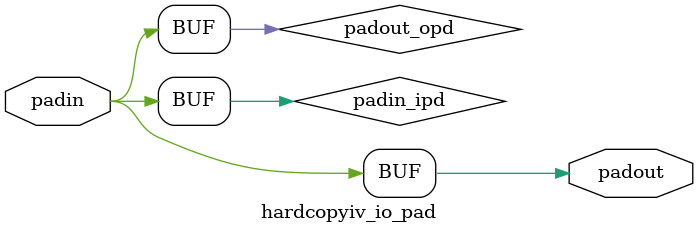
<source format=v>
module hardcopyiv_io_pad ( 
		      padin, 
                      padout
	            );
parameter lpm_type = "hardcopyiv_io_pad";
input padin; 
output padout;
wire padin_ipd;
wire padout_opd;
buf padin_buf  (padin_ipd,padin);
assign padout_opd = padin_ipd;
buf padout_buf (padout, padout_opd);
endmodule
</source>
